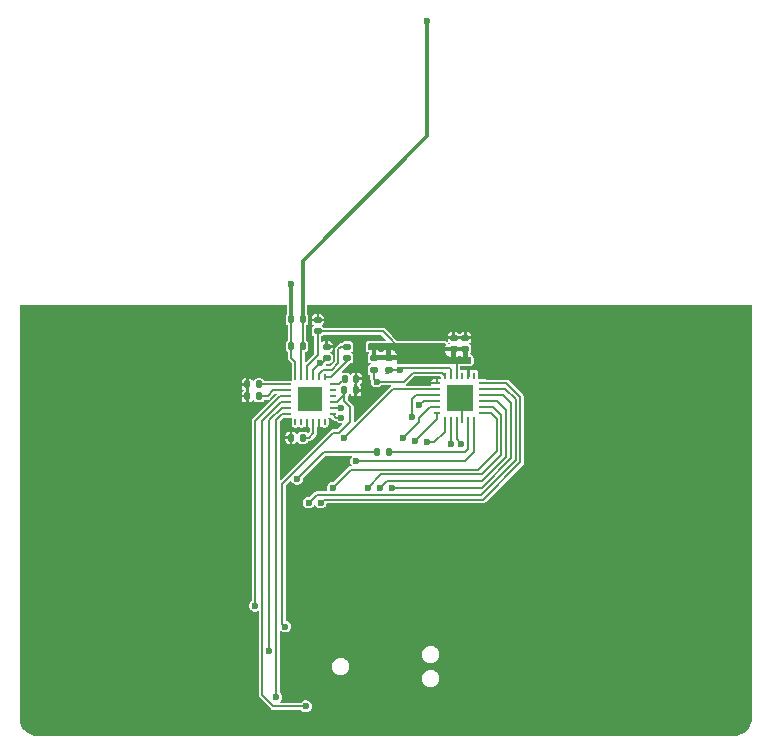
<source format=gbl>
G04 #@! TF.GenerationSoftware,KiCad,Pcbnew,8.0.5*
G04 #@! TF.CreationDate,2025-05-26T10:54:01-04:00*
G04 #@! TF.ProjectId,tcg_counter,7463675f-636f-4756-9e74-65722e6b6963,1*
G04 #@! TF.SameCoordinates,Original*
G04 #@! TF.FileFunction,Copper,L2,Bot*
G04 #@! TF.FilePolarity,Positive*
%FSLAX46Y46*%
G04 Gerber Fmt 4.6, Leading zero omitted, Abs format (unit mm)*
G04 Created by KiCad (PCBNEW 8.0.5) date 2025-05-26 10:54:01*
%MOMM*%
%LPD*%
G01*
G04 APERTURE LIST*
G04 Aperture macros list*
%AMRoundRect*
0 Rectangle with rounded corners*
0 $1 Rounding radius*
0 $2 $3 $4 $5 $6 $7 $8 $9 X,Y pos of 4 corners*
0 Add a 4 corners polygon primitive as box body*
4,1,4,$2,$3,$4,$5,$6,$7,$8,$9,$2,$3,0*
0 Add four circle primitives for the rounded corners*
1,1,$1+$1,$2,$3*
1,1,$1+$1,$4,$5*
1,1,$1+$1,$6,$7*
1,1,$1+$1,$8,$9*
0 Add four rect primitives between the rounded corners*
20,1,$1+$1,$2,$3,$4,$5,0*
20,1,$1+$1,$4,$5,$6,$7,0*
20,1,$1+$1,$6,$7,$8,$9,0*
20,1,$1+$1,$8,$9,$2,$3,0*%
G04 Aperture macros list end*
G04 #@! TA.AperFunction,ComponentPad*
%ADD10C,0.400000*%
G04 #@! TD*
G04 #@! TA.AperFunction,SMDPad,CuDef*
%ADD11O,0.240000X0.599999*%
G04 #@! TD*
G04 #@! TA.AperFunction,SMDPad,CuDef*
%ADD12O,0.599999X0.240000*%
G04 #@! TD*
G04 #@! TA.AperFunction,SMDPad,CuDef*
%ADD13R,2.100001X2.100001*%
G04 #@! TD*
G04 #@! TA.AperFunction,SMDPad,CuDef*
%ADD14RoundRect,0.140000X0.170000X-0.140000X0.170000X0.140000X-0.170000X0.140000X-0.170000X-0.140000X0*%
G04 #@! TD*
G04 #@! TA.AperFunction,SMDPad,CuDef*
%ADD15RoundRect,0.135000X-0.185000X0.135000X-0.185000X-0.135000X0.185000X-0.135000X0.185000X0.135000X0*%
G04 #@! TD*
G04 #@! TA.AperFunction,SMDPad,CuDef*
%ADD16RoundRect,0.140000X-0.140000X-0.170000X0.140000X-0.170000X0.140000X0.170000X-0.140000X0.170000X0*%
G04 #@! TD*
G04 #@! TA.AperFunction,SMDPad,CuDef*
%ADD17RoundRect,0.140000X-0.170000X0.140000X-0.170000X-0.140000X0.170000X-0.140000X0.170000X0.140000X0*%
G04 #@! TD*
G04 #@! TA.AperFunction,SMDPad,CuDef*
%ADD18RoundRect,0.140000X0.140000X0.170000X-0.140000X0.170000X-0.140000X-0.170000X0.140000X-0.170000X0*%
G04 #@! TD*
G04 #@! TA.AperFunction,SMDPad,CuDef*
%ADD19R,0.600000X0.250000*%
G04 #@! TD*
G04 #@! TA.AperFunction,SMDPad,CuDef*
%ADD20R,0.250000X0.600000*%
G04 #@! TD*
G04 #@! TA.AperFunction,SMDPad,CuDef*
%ADD21R,2.200000X2.200000*%
G04 #@! TD*
G04 #@! TA.AperFunction,SMDPad,CuDef*
%ADD22RoundRect,0.135000X0.135000X0.185000X-0.135000X0.185000X-0.135000X-0.185000X0.135000X-0.185000X0*%
G04 #@! TD*
G04 #@! TA.AperFunction,ViaPad*
%ADD23C,0.600000*%
G04 #@! TD*
G04 #@! TA.AperFunction,Conductor*
%ADD24C,0.200000*%
G04 #@! TD*
G04 #@! TA.AperFunction,Conductor*
%ADD25C,0.300000*%
G04 #@! TD*
G04 APERTURE END LIST*
D10*
X135100001Y-103200000D03*
X135900001Y-104000000D03*
X135100001Y-104000000D03*
X134300001Y-104000000D03*
X135100001Y-104800000D03*
D11*
X133850001Y-102100001D03*
X134350000Y-102100001D03*
X134850001Y-102100001D03*
X135350001Y-102100001D03*
X135850002Y-102100001D03*
X136350001Y-102100001D03*
D12*
X137000000Y-102750000D03*
X137000000Y-103249999D03*
X137000000Y-103750000D03*
X137000000Y-104250000D03*
X137000000Y-104750001D03*
X137000000Y-105250000D03*
D11*
X136350001Y-105899999D03*
X135850002Y-105899999D03*
X135350001Y-105899999D03*
X134850001Y-105899999D03*
X134350000Y-105899999D03*
X133850001Y-105899999D03*
D12*
X133200002Y-105250000D03*
X133200002Y-104750001D03*
X133200002Y-104250000D03*
X133200002Y-103750000D03*
X133200002Y-103249999D03*
X133200002Y-102750000D03*
D13*
X135100001Y-104000000D03*
D14*
X135750000Y-98230000D03*
X135750000Y-97270000D03*
D15*
X141750000Y-100490000D03*
X141750000Y-101510000D03*
D16*
X138020000Y-102250000D03*
X138980000Y-102250000D03*
X133500000Y-107250000D03*
X134460000Y-107250000D03*
D15*
X140500000Y-100490000D03*
X140500000Y-101510000D03*
D17*
X138250000Y-99540000D03*
X138250000Y-100500000D03*
D18*
X130750000Y-102750000D03*
X129790000Y-102750000D03*
D10*
X147750001Y-103042300D03*
X148600001Y-103892300D03*
X147750001Y-103892300D03*
X146900001Y-103892300D03*
X147750001Y-104742300D03*
D19*
X149650001Y-102642300D03*
X149650001Y-103142300D03*
X149650001Y-103642300D03*
X149650001Y-104142300D03*
X149650001Y-104642300D03*
X149650001Y-105142300D03*
D20*
X149000001Y-105792300D03*
X148500001Y-105792300D03*
X148000001Y-105792300D03*
X147500001Y-105792300D03*
X147000001Y-105792300D03*
X146500001Y-105792300D03*
D19*
X145850001Y-105142300D03*
X145850001Y-104642300D03*
X145850001Y-104142300D03*
X145850001Y-103642300D03*
X145850001Y-103142300D03*
X145850001Y-102642300D03*
D20*
X146500001Y-101992300D03*
X147000001Y-101992300D03*
X147500001Y-101992300D03*
X148000001Y-101992300D03*
X148500001Y-101992300D03*
X149000001Y-101992300D03*
D21*
X147750001Y-103892300D03*
D14*
X148250000Y-99750000D03*
X148250000Y-98790000D03*
D16*
X133520000Y-97250000D03*
X134480000Y-97250000D03*
D22*
X141760000Y-108500000D03*
X140740000Y-108500000D03*
D18*
X130750000Y-103750000D03*
X129790000Y-103750000D03*
D14*
X147250000Y-99750000D03*
X147250000Y-98790000D03*
D16*
X133520000Y-99500000D03*
X134480000Y-99500000D03*
D14*
X136500000Y-100500000D03*
X136500000Y-99540000D03*
D16*
X138000000Y-103250000D03*
X138960000Y-103250000D03*
D23*
X147250000Y-97500000D03*
X137000000Y-96750000D03*
X134000000Y-108500000D03*
X149500000Y-101000000D03*
X139500000Y-101250000D03*
X144750000Y-102500000D03*
X136000000Y-107000000D03*
X136500000Y-123000000D03*
X134500000Y-123000000D03*
X148250000Y-97500000D03*
X139250000Y-99250000D03*
X129500000Y-105000000D03*
X132250000Y-97250000D03*
X129500000Y-109250000D03*
X129500000Y-100750000D03*
X135976781Y-100934050D03*
X143250000Y-100250000D03*
X133000000Y-123250000D03*
X132250000Y-129250000D03*
X131650000Y-125334314D03*
X134750000Y-130000000D03*
X130450000Y-121500000D03*
X133500000Y-94250000D03*
X140742299Y-102500000D03*
X137750000Y-104750000D03*
X142750000Y-101510000D03*
X137750000Y-105550003D03*
X145000000Y-72000000D03*
X144000000Y-107500000D03*
X141000000Y-111500000D03*
X136000000Y-112750000D03*
X134000000Y-110750000D03*
X137000000Y-111500000D03*
X139000000Y-109250000D03*
X145000000Y-107650000D03*
X142000000Y-111500000D03*
X135000000Y-112750000D03*
X147900002Y-107750000D03*
X147000000Y-107750000D03*
X143000000Y-107250000D03*
X140000000Y-111500000D03*
X143750000Y-105500000D03*
X138000000Y-107250000D03*
X144350000Y-104500000D03*
D24*
X148000001Y-105784600D02*
X148000001Y-104500000D01*
X136065950Y-100934050D02*
X136500000Y-100500000D01*
X135976781Y-100934050D02*
X136065950Y-100934050D01*
X135350001Y-102100001D02*
X135350001Y-101560830D01*
X135350001Y-101560830D02*
X135976781Y-100934050D01*
X135750000Y-100250000D02*
X135750000Y-98460000D01*
X141230000Y-98230000D02*
X143250000Y-100250000D01*
X147500001Y-102000000D02*
X147500001Y-100750001D01*
X134850001Y-102100001D02*
X134850001Y-101149999D01*
X141230000Y-98230000D02*
X135750000Y-98230000D01*
X134850001Y-101149999D02*
X135750000Y-100250000D01*
X133200002Y-102750000D02*
X130750000Y-102750000D01*
X131500000Y-103750000D02*
X130750000Y-103750000D01*
X132000001Y-103249999D02*
X131500000Y-103750000D01*
X133200002Y-103249999D02*
X132000001Y-103249999D01*
X137000000Y-102750000D02*
X137520000Y-102750000D01*
X137520000Y-102750000D02*
X138020000Y-102250000D01*
X138000000Y-104151471D02*
X138000000Y-103250000D01*
X138000000Y-103651471D02*
X138000000Y-103250000D01*
X138500000Y-105901471D02*
X138500000Y-104651471D01*
X138500000Y-104651471D02*
X138000000Y-104151471D01*
X137998529Y-104150000D02*
X138000000Y-104151471D01*
X137075735Y-106825736D02*
X137575735Y-106825736D01*
X137000000Y-104250000D02*
X137401471Y-104250000D01*
X132750000Y-123000000D02*
X132750000Y-111151471D01*
X133000000Y-123250000D02*
X132750000Y-123000000D01*
X132750000Y-111151471D02*
X137075735Y-106825736D01*
X137401471Y-104250000D02*
X138000000Y-103651471D01*
X137575735Y-106825736D02*
X138500000Y-105901471D01*
X135850002Y-102100001D02*
X135850002Y-101826030D01*
X135850002Y-101826030D02*
X136176032Y-101500000D01*
X136176032Y-101500000D02*
X136934314Y-101500000D01*
X137500000Y-99750000D02*
X137710000Y-99540000D01*
X137500000Y-100934314D02*
X137500000Y-99750000D01*
X136934314Y-101500000D02*
X137500000Y-100934314D01*
X137710000Y-99540000D02*
X138250000Y-99540000D01*
X136899999Y-102100001D02*
X138250000Y-100750000D01*
X138250000Y-100750000D02*
X138250000Y-100500000D01*
X136350001Y-102100001D02*
X136899999Y-102100001D01*
X135000000Y-107250000D02*
X134460000Y-107250000D01*
X135350001Y-105899999D02*
X135350001Y-106899999D01*
X135350001Y-106899999D02*
X135000000Y-107250000D01*
X132750000Y-105250000D02*
X133200002Y-105250000D01*
X132250000Y-129250000D02*
X132250000Y-105750000D01*
X132250000Y-105750000D02*
X132750000Y-105250000D01*
X132684313Y-104750001D02*
X133200002Y-104750001D01*
X131650000Y-105784314D02*
X132684313Y-104750001D01*
X131650000Y-125334314D02*
X131650000Y-105784314D01*
X132618628Y-104250000D02*
X133200002Y-104250000D01*
X131050000Y-105818628D02*
X132618628Y-104250000D01*
X132000000Y-130000000D02*
X131050000Y-129050000D01*
X134750000Y-130000000D02*
X132000000Y-130000000D01*
X131050000Y-129050000D02*
X131050000Y-105818628D01*
X133200002Y-103750000D02*
X132552942Y-103750000D01*
X132552942Y-103750000D02*
X130450000Y-105852942D01*
X130450000Y-105852942D02*
X130450000Y-121500000D01*
X141760000Y-108500000D02*
X148250000Y-108500000D01*
X148250000Y-108500000D02*
X148500001Y-108249999D01*
X148500001Y-108249999D02*
X148500001Y-105792300D01*
X133500000Y-99520000D02*
X133520000Y-99500000D01*
D25*
X133520000Y-97250000D02*
X133520000Y-94270000D01*
D24*
X133520000Y-94270000D02*
X133500000Y-94250000D01*
X133500000Y-100500000D02*
X133500000Y-99520000D01*
X133850001Y-102100001D02*
X133850001Y-100850001D01*
X133850001Y-100850001D02*
X133500000Y-100500000D01*
X133520000Y-99500000D02*
X133520000Y-97250000D01*
X143065686Y-102500000D02*
X140742299Y-102500000D01*
X137000000Y-104750001D02*
X137749999Y-104750001D01*
X140500000Y-102257701D02*
X140500000Y-101510000D01*
X146500001Y-102000000D02*
X146244401Y-101744400D01*
X143821286Y-101744400D02*
X143065686Y-102500000D01*
X137749999Y-104750001D02*
X137750000Y-104750000D01*
X146244401Y-101744400D02*
X143821286Y-101744400D01*
X140742299Y-102500000D02*
X140500000Y-102257701D01*
X141730000Y-101770000D02*
X141500000Y-101770000D01*
X146877101Y-101344400D02*
X142915600Y-101344400D01*
X147000000Y-102000000D02*
X147000000Y-101467299D01*
X137000000Y-105250000D02*
X137300003Y-105550003D01*
X147000000Y-101467299D02*
X146877101Y-101344400D01*
X142915600Y-101344400D02*
X142750000Y-101510000D01*
X137300003Y-105550003D02*
X137750000Y-105550003D01*
X142750000Y-101510000D02*
X141750000Y-101510000D01*
D25*
X145000000Y-72000000D02*
X145000000Y-81750000D01*
X134480000Y-92270000D02*
X134480000Y-97250000D01*
D24*
X134480000Y-99500000D02*
X134350000Y-99630000D01*
X134350000Y-99630000D02*
X134350000Y-102100001D01*
X134480000Y-99500000D02*
X134480000Y-97250000D01*
D25*
X145000000Y-81750000D02*
X134480000Y-92270000D01*
D24*
X145857701Y-105642299D02*
X145857701Y-105142300D01*
X144000000Y-107500000D02*
X145857701Y-105642299D01*
X149642301Y-104142300D02*
X150892300Y-104142300D01*
X151700000Y-104950000D02*
X151700000Y-108852942D01*
X149650000Y-110900000D02*
X141600000Y-110900000D01*
X150892300Y-104142300D02*
X151700000Y-104950000D01*
X151700000Y-108852942D02*
X149651471Y-110901471D01*
X149651471Y-110901471D02*
X149650000Y-110900000D01*
X141600000Y-110900000D02*
X141000000Y-111500000D01*
X152900000Y-109350000D02*
X149750000Y-112500000D01*
X151707986Y-102642300D02*
X152900000Y-103834314D01*
X149750000Y-112500000D02*
X136250000Y-112500000D01*
X152900000Y-103834314D02*
X152900000Y-109350000D01*
X149642301Y-102642300D02*
X151707986Y-102642300D01*
X136250000Y-112500000D02*
X136000000Y-112750000D01*
X134000000Y-110750000D02*
X136250000Y-108500000D01*
X136250000Y-108500000D02*
X140740000Y-108500000D01*
X149281372Y-109968628D02*
X150900000Y-108350000D01*
X150900000Y-108350000D02*
X150900000Y-105650000D01*
X137000000Y-111500000D02*
X138531372Y-109968628D01*
X150900000Y-105650000D02*
X150392300Y-105142300D01*
X138531372Y-109968628D02*
X149281372Y-109968628D01*
X150392300Y-105142300D02*
X149642301Y-105142300D01*
X149000001Y-108499999D02*
X149000001Y-105784600D01*
X148250000Y-109250000D02*
X149000001Y-108499999D01*
X139000000Y-109250000D02*
X148250000Y-109250000D01*
X146500001Y-106749999D02*
X146500001Y-105784600D01*
X145600000Y-107650000D02*
X146500001Y-106749999D01*
X145000000Y-107650000D02*
X145600000Y-107650000D01*
X151392300Y-103642300D02*
X149642301Y-103642300D01*
X149618628Y-111500000D02*
X152100000Y-109018628D01*
X142000000Y-111500000D02*
X149618628Y-111500000D01*
X152100000Y-104350000D02*
X151392300Y-103642300D01*
X152100000Y-109018628D02*
X152100000Y-104350000D01*
X152500000Y-104000000D02*
X151642299Y-103142299D01*
X149584314Y-112100000D02*
X152500000Y-109184314D01*
X151642299Y-103142299D02*
X149642301Y-103142299D01*
X152500000Y-109184314D02*
X152500000Y-104000000D01*
X135000000Y-112750000D02*
X135650000Y-112100000D01*
X135650000Y-112100000D02*
X149584314Y-112100000D01*
X147500001Y-107349999D02*
X147500001Y-105784600D01*
X147900002Y-107750000D02*
X147500001Y-107349999D01*
X147000000Y-107750000D02*
X147000000Y-105784600D01*
X145275100Y-104642301D02*
X145857701Y-104642301D01*
X144350000Y-105900000D02*
X144350000Y-105567401D01*
X144350000Y-105567401D02*
X145275100Y-104642301D01*
X143000000Y-107250000D02*
X144350000Y-105900000D01*
X141131372Y-110368628D02*
X140000000Y-111500000D01*
X149618628Y-110368628D02*
X141131372Y-110368628D01*
X150584602Y-104642301D02*
X151300000Y-105357699D01*
X149642301Y-104642301D02*
X150584602Y-104642301D01*
X151300000Y-108687256D02*
X149618628Y-110368628D01*
X151300000Y-105357699D02*
X151300000Y-108687256D01*
X143750000Y-104000000D02*
X144107700Y-103642300D01*
X144107700Y-103642300D02*
X145857701Y-103642300D01*
X143750000Y-105500000D02*
X143750000Y-104000000D01*
X138000000Y-107250000D02*
X142107701Y-103142299D01*
X142107701Y-103142299D02*
X145857701Y-103142299D01*
X144707700Y-104142300D02*
X145857701Y-104142300D01*
X144350000Y-104500000D02*
X144707700Y-104142300D01*
G04 #@! TA.AperFunction,Conductor*
G36*
X133155148Y-96014352D02*
G01*
X133169500Y-96049000D01*
X133169500Y-96788663D01*
X133155148Y-96823311D01*
X133096777Y-96881681D01*
X133096776Y-96881683D01*
X133046029Y-96990510D01*
X133046028Y-96990511D01*
X133046028Y-96990512D01*
X133046028Y-96990513D01*
X133039501Y-97040098D01*
X133039500Y-97040102D01*
X133039500Y-97459896D01*
X133039501Y-97459901D01*
X133046027Y-97509487D01*
X133096776Y-97618316D01*
X133096777Y-97618318D01*
X133181682Y-97703223D01*
X133191206Y-97707664D01*
X133216544Y-97735313D01*
X133219500Y-97752074D01*
X133219500Y-98997925D01*
X133205148Y-99032573D01*
X133191211Y-99042333D01*
X133181682Y-99046776D01*
X133096777Y-99131681D01*
X133096776Y-99131683D01*
X133046029Y-99240510D01*
X133046028Y-99240511D01*
X133039500Y-99290099D01*
X133039500Y-99709896D01*
X133039501Y-99709901D01*
X133046027Y-99759487D01*
X133096776Y-99868316D01*
X133096777Y-99868318D01*
X133184715Y-99956256D01*
X133182999Y-99957971D01*
X133198753Y-99982684D01*
X133199500Y-99991207D01*
X133199500Y-100539562D01*
X133219979Y-100615989D01*
X133247878Y-100664312D01*
X133248558Y-100665490D01*
X133259536Y-100684505D01*
X133259538Y-100684507D01*
X133259540Y-100684511D01*
X133259543Y-100684514D01*
X133535149Y-100960120D01*
X133549501Y-100994768D01*
X133549501Y-101796713D01*
X133547831Y-101809395D01*
X133529501Y-101877803D01*
X133529501Y-102322198D01*
X133546810Y-102386797D01*
X133541915Y-102423979D01*
X133512162Y-102446809D01*
X133486798Y-102446809D01*
X133422199Y-102429500D01*
X133422196Y-102429500D01*
X132977808Y-102429500D01*
X132977805Y-102429500D01*
X132909397Y-102447830D01*
X132896715Y-102449500D01*
X131236063Y-102449500D01*
X131201415Y-102435148D01*
X131191654Y-102421208D01*
X131184102Y-102405012D01*
X131173224Y-102381684D01*
X131173223Y-102381683D01*
X131173222Y-102381681D01*
X131088318Y-102296777D01*
X131088316Y-102296776D01*
X130979489Y-102246029D01*
X130979488Y-102246028D01*
X130969569Y-102244722D01*
X130929901Y-102239500D01*
X130929897Y-102239500D01*
X130570103Y-102239500D01*
X130570098Y-102239501D01*
X130520512Y-102246027D01*
X130411683Y-102296776D01*
X130411681Y-102296777D01*
X130326777Y-102381681D01*
X130315898Y-102405012D01*
X130288247Y-102430348D01*
X130250780Y-102428712D01*
X130227080Y-102405011D01*
X130215468Y-102380110D01*
X130215467Y-102380108D01*
X130129891Y-102294532D01*
X130129889Y-102294531D01*
X130020198Y-102243381D01*
X129970208Y-102236800D01*
X129891650Y-102236800D01*
X129891650Y-104263199D01*
X129970206Y-104263199D01*
X129970211Y-104263198D01*
X130020197Y-104256619D01*
X130129889Y-104205468D01*
X130129891Y-104205467D01*
X130215467Y-104119891D01*
X130215469Y-104119888D01*
X130227080Y-104094989D01*
X130254729Y-104069651D01*
X130292196Y-104071287D01*
X130315898Y-104094988D01*
X130326776Y-104118316D01*
X130326777Y-104118318D01*
X130411681Y-104203222D01*
X130411683Y-104203223D01*
X130411684Y-104203224D01*
X130520513Y-104253972D01*
X130570099Y-104260500D01*
X130929900Y-104260499D01*
X130979487Y-104253972D01*
X131088316Y-104203224D01*
X131173224Y-104118316D01*
X131191654Y-104078791D01*
X131219304Y-104053455D01*
X131236063Y-104050500D01*
X131539564Y-104050500D01*
X131566230Y-104043354D01*
X131615989Y-104030021D01*
X131684511Y-103990460D01*
X131740460Y-103934511D01*
X132110120Y-103564851D01*
X132144768Y-103550499D01*
X132209176Y-103550499D01*
X132243824Y-103564851D01*
X132258176Y-103599499D01*
X132243824Y-103634147D01*
X130209541Y-105668430D01*
X130209540Y-105668430D01*
X130169979Y-105736950D01*
X130169979Y-105736952D01*
X130149500Y-105813378D01*
X130149500Y-121071417D01*
X130135148Y-121106065D01*
X130126994Y-121112637D01*
X130118872Y-121117857D01*
X130118868Y-121117860D01*
X130024625Y-121226623D01*
X130024624Y-121226625D01*
X129964833Y-121357545D01*
X129944353Y-121499997D01*
X129944353Y-121500002D01*
X129964833Y-121642454D01*
X129996935Y-121712746D01*
X130024623Y-121773373D01*
X130024624Y-121773374D01*
X130024625Y-121773376D01*
X130118871Y-121882142D01*
X130118872Y-121882143D01*
X130239947Y-121959953D01*
X130316785Y-121982514D01*
X130378034Y-122000499D01*
X130378037Y-122000499D01*
X130378039Y-122000500D01*
X130378040Y-122000500D01*
X130521960Y-122000500D01*
X130521961Y-122000500D01*
X130521963Y-122000499D01*
X130521965Y-122000499D01*
X130553596Y-121991211D01*
X130660053Y-121959953D01*
X130674009Y-121950983D01*
X130710915Y-121944325D01*
X130741721Y-121965713D01*
X130749500Y-121992205D01*
X130749500Y-129089563D01*
X130769979Y-129165989D01*
X130769979Y-129165991D01*
X130809540Y-129234511D01*
X131759540Y-130184511D01*
X131815489Y-130240460D01*
X131884011Y-130280021D01*
X131919478Y-130289524D01*
X131960436Y-130300500D01*
X131960438Y-130300500D01*
X134325750Y-130300500D01*
X134360398Y-130314852D01*
X134362782Y-130317412D01*
X134418872Y-130382143D01*
X134539947Y-130459953D01*
X134616785Y-130482514D01*
X134678034Y-130500499D01*
X134678037Y-130500499D01*
X134678039Y-130500500D01*
X134678040Y-130500500D01*
X134821960Y-130500500D01*
X134821961Y-130500500D01*
X134821963Y-130500499D01*
X134821965Y-130500499D01*
X134844795Y-130493795D01*
X134960053Y-130459953D01*
X135081128Y-130382143D01*
X135175377Y-130273373D01*
X135235165Y-130142457D01*
X135235165Y-130142455D01*
X135235166Y-130142454D01*
X135255647Y-130000002D01*
X135255647Y-129999997D01*
X135235166Y-129857545D01*
X135230751Y-129847879D01*
X135175377Y-129726627D01*
X135151763Y-129699375D01*
X135081128Y-129617857D01*
X134960053Y-129540047D01*
X134960050Y-129540046D01*
X134821965Y-129499500D01*
X134821961Y-129499500D01*
X134678039Y-129499500D01*
X134678034Y-129499500D01*
X134539949Y-129540046D01*
X134418871Y-129617857D01*
X134362782Y-129682588D01*
X134329246Y-129699375D01*
X134325750Y-129699500D01*
X132630058Y-129699500D01*
X132595410Y-129685148D01*
X132581058Y-129650500D01*
X132593026Y-129618412D01*
X132675374Y-129523376D01*
X132675377Y-129523373D01*
X132735165Y-129392457D01*
X132735165Y-129392455D01*
X132735166Y-129392454D01*
X132755647Y-129250002D01*
X132755647Y-129249997D01*
X132735166Y-129107545D01*
X132726953Y-129089562D01*
X132675377Y-128976627D01*
X132613514Y-128905233D01*
X132581131Y-128867860D01*
X132581129Y-128867859D01*
X132581128Y-128867857D01*
X132573006Y-128862637D01*
X132551619Y-128831830D01*
X132550500Y-128821417D01*
X132550500Y-127577545D01*
X144564200Y-127577545D01*
X144564200Y-127724455D01*
X144592860Y-127868542D01*
X144649080Y-128004269D01*
X144681991Y-128053525D01*
X144730696Y-128126417D01*
X144834582Y-128230303D01*
X144883176Y-128262772D01*
X144956731Y-128311920D01*
X145092458Y-128368140D01*
X145236545Y-128396800D01*
X145236548Y-128396800D01*
X145383452Y-128396800D01*
X145383455Y-128396800D01*
X145527542Y-128368140D01*
X145663269Y-128311920D01*
X145785420Y-128230301D01*
X145889301Y-128126420D01*
X145970920Y-128004269D01*
X146027140Y-127868542D01*
X146055800Y-127724455D01*
X146055800Y-127577545D01*
X146027140Y-127433458D01*
X145970920Y-127297731D01*
X145915174Y-127214301D01*
X145889303Y-127175582D01*
X145785417Y-127071696D01*
X145712525Y-127022991D01*
X145663269Y-126990080D01*
X145663266Y-126990078D01*
X145663265Y-126990078D01*
X145527542Y-126933860D01*
X145383455Y-126905200D01*
X145236545Y-126905200D01*
X145128479Y-126926695D01*
X145092457Y-126933860D01*
X145092456Y-126933860D01*
X144956734Y-126990078D01*
X144834582Y-127071696D01*
X144730696Y-127175582D01*
X144649078Y-127297734D01*
X144592860Y-127433456D01*
X144592860Y-127433457D01*
X144592860Y-127433458D01*
X144564200Y-127577545D01*
X132550500Y-127577545D01*
X132550500Y-126561545D01*
X136944200Y-126561545D01*
X136944200Y-126708455D01*
X136972860Y-126852542D01*
X136972860Y-126852543D01*
X137006543Y-126933860D01*
X137029080Y-126988269D01*
X137061991Y-127037525D01*
X137110696Y-127110417D01*
X137214582Y-127214303D01*
X137263176Y-127246772D01*
X137336731Y-127295920D01*
X137472458Y-127352140D01*
X137616545Y-127380800D01*
X137616548Y-127380800D01*
X137763452Y-127380800D01*
X137763455Y-127380800D01*
X137907542Y-127352140D01*
X138043269Y-127295920D01*
X138165420Y-127214301D01*
X138269301Y-127110420D01*
X138350920Y-126988269D01*
X138407140Y-126852542D01*
X138435800Y-126708455D01*
X138435800Y-126561545D01*
X138407140Y-126417458D01*
X138350920Y-126281731D01*
X138295174Y-126198301D01*
X138269303Y-126159582D01*
X138165417Y-126055696D01*
X138092525Y-126006991D01*
X138043269Y-125974080D01*
X138043266Y-125974078D01*
X138043265Y-125974078D01*
X137907542Y-125917860D01*
X137763455Y-125889200D01*
X137616545Y-125889200D01*
X137508479Y-125910695D01*
X137472457Y-125917860D01*
X137472456Y-125917860D01*
X137336734Y-125974078D01*
X137214582Y-126055696D01*
X137110696Y-126159582D01*
X137029078Y-126281734D01*
X136972860Y-126417456D01*
X136972860Y-126417457D01*
X136972860Y-126417458D01*
X136944200Y-126561545D01*
X132550500Y-126561545D01*
X132550500Y-125545545D01*
X144564200Y-125545545D01*
X144564200Y-125692455D01*
X144581120Y-125777519D01*
X144592860Y-125836542D01*
X144592860Y-125836543D01*
X144626543Y-125917860D01*
X144649080Y-125972269D01*
X144681991Y-126021525D01*
X144730696Y-126094417D01*
X144834582Y-126198303D01*
X144883176Y-126230772D01*
X144956731Y-126279920D01*
X145092458Y-126336140D01*
X145236545Y-126364800D01*
X145236548Y-126364800D01*
X145383452Y-126364800D01*
X145383455Y-126364800D01*
X145527542Y-126336140D01*
X145663269Y-126279920D01*
X145785420Y-126198301D01*
X145889301Y-126094420D01*
X145970920Y-125972269D01*
X146027140Y-125836542D01*
X146055800Y-125692455D01*
X146055800Y-125545545D01*
X146027140Y-125401458D01*
X145970920Y-125265731D01*
X145921772Y-125192176D01*
X145889303Y-125143582D01*
X145785417Y-125039696D01*
X145712525Y-124990991D01*
X145663269Y-124958080D01*
X145663266Y-124958078D01*
X145663265Y-124958078D01*
X145527542Y-124901860D01*
X145383455Y-124873200D01*
X145236545Y-124873200D01*
X145128479Y-124894695D01*
X145092457Y-124901860D01*
X145092456Y-124901860D01*
X144956734Y-124958078D01*
X144834582Y-125039696D01*
X144730696Y-125143582D01*
X144649078Y-125265734D01*
X144592860Y-125401456D01*
X144592860Y-125401457D01*
X144592860Y-125401458D01*
X144564200Y-125545545D01*
X132550500Y-125545545D01*
X132550500Y-123626908D01*
X132564852Y-123592260D01*
X132599500Y-123577908D01*
X132634148Y-123592260D01*
X132636527Y-123594815D01*
X132668872Y-123632143D01*
X132789947Y-123709953D01*
X132866785Y-123732514D01*
X132928034Y-123750499D01*
X132928037Y-123750499D01*
X132928039Y-123750500D01*
X132928040Y-123750500D01*
X133071960Y-123750500D01*
X133071961Y-123750500D01*
X133071963Y-123750499D01*
X133071965Y-123750499D01*
X133094795Y-123743795D01*
X133210053Y-123709953D01*
X133331128Y-123632143D01*
X133425377Y-123523373D01*
X133485165Y-123392457D01*
X133485165Y-123392455D01*
X133485166Y-123392454D01*
X133505647Y-123250002D01*
X133505647Y-123249997D01*
X133485166Y-123107545D01*
X133480751Y-123097879D01*
X133425377Y-122976627D01*
X133331128Y-122867857D01*
X133210053Y-122790047D01*
X133210050Y-122790046D01*
X133085695Y-122753532D01*
X133056494Y-122730000D01*
X133050500Y-122706517D01*
X133050500Y-111296237D01*
X133064851Y-111261590D01*
X133439585Y-110886855D01*
X133474232Y-110872504D01*
X133508880Y-110886856D01*
X133518804Y-110901148D01*
X133574623Y-111023373D01*
X133574624Y-111023374D01*
X133574625Y-111023376D01*
X133656493Y-111117857D01*
X133668872Y-111132143D01*
X133789947Y-111209953D01*
X133866785Y-111232514D01*
X133928034Y-111250499D01*
X133928037Y-111250499D01*
X133928039Y-111250500D01*
X133928040Y-111250500D01*
X134071960Y-111250500D01*
X134071961Y-111250500D01*
X134071963Y-111250499D01*
X134071965Y-111250499D01*
X134094795Y-111243795D01*
X134210053Y-111209953D01*
X134331128Y-111132143D01*
X134425377Y-111023373D01*
X134485165Y-110892457D01*
X134485165Y-110892455D01*
X134485166Y-110892454D01*
X134505647Y-110750001D01*
X134505647Y-110750000D01*
X134501064Y-110718128D01*
X134498995Y-110703741D01*
X134508269Y-110667406D01*
X134512841Y-110662128D01*
X136360119Y-108814852D01*
X136394767Y-108800500D01*
X138619942Y-108800500D01*
X138654590Y-108814852D01*
X138668942Y-108849500D01*
X138656974Y-108881588D01*
X138574625Y-108976623D01*
X138574624Y-108976625D01*
X138514833Y-109107545D01*
X138494353Y-109249997D01*
X138494353Y-109250002D01*
X138514833Y-109392454D01*
X138546935Y-109462746D01*
X138574623Y-109523373D01*
X138574624Y-109523374D01*
X138574625Y-109523376D01*
X138629790Y-109587040D01*
X138641633Y-109622624D01*
X138624846Y-109656160D01*
X138592758Y-109668128D01*
X138491808Y-109668128D01*
X138415382Y-109688607D01*
X138415380Y-109688607D01*
X138346860Y-109728168D01*
X137089880Y-110985148D01*
X137055232Y-110999500D01*
X136928034Y-110999500D01*
X136789949Y-111040046D01*
X136668871Y-111117857D01*
X136574625Y-111226623D01*
X136574624Y-111226625D01*
X136514833Y-111357545D01*
X136494353Y-111499997D01*
X136494353Y-111500002D01*
X136514833Y-111642454D01*
X136554881Y-111730144D01*
X136556220Y-111767623D01*
X136530665Y-111795072D01*
X136510309Y-111799500D01*
X135610436Y-111799500D01*
X135534012Y-111819978D01*
X135534008Y-111819979D01*
X135520031Y-111828050D01*
X135465495Y-111859535D01*
X135465486Y-111859542D01*
X135089880Y-112235148D01*
X135055232Y-112249500D01*
X134928034Y-112249500D01*
X134789949Y-112290046D01*
X134668871Y-112367857D01*
X134574625Y-112476623D01*
X134574624Y-112476625D01*
X134514833Y-112607545D01*
X134494353Y-112749997D01*
X134494353Y-112750002D01*
X134514833Y-112892454D01*
X134533512Y-112933354D01*
X134574623Y-113023373D01*
X134574624Y-113023374D01*
X134574625Y-113023376D01*
X134668871Y-113132142D01*
X134668872Y-113132143D01*
X134789947Y-113209953D01*
X134866785Y-113232514D01*
X134928034Y-113250499D01*
X134928037Y-113250499D01*
X134928039Y-113250500D01*
X134928040Y-113250500D01*
X135071960Y-113250500D01*
X135071961Y-113250500D01*
X135071963Y-113250499D01*
X135071965Y-113250499D01*
X135094795Y-113243795D01*
X135210053Y-113209953D01*
X135331128Y-113132143D01*
X135425377Y-113023373D01*
X135455428Y-112957569D01*
X135482876Y-112932015D01*
X135520356Y-112933354D01*
X135544570Y-112957568D01*
X135574623Y-113023373D01*
X135574624Y-113023374D01*
X135574625Y-113023376D01*
X135668871Y-113132142D01*
X135668872Y-113132143D01*
X135789947Y-113209953D01*
X135866785Y-113232514D01*
X135928034Y-113250499D01*
X135928037Y-113250499D01*
X135928039Y-113250500D01*
X135928040Y-113250500D01*
X136071960Y-113250500D01*
X136071961Y-113250500D01*
X136071963Y-113250499D01*
X136071965Y-113250499D01*
X136094795Y-113243795D01*
X136210053Y-113209953D01*
X136331128Y-113132143D01*
X136425377Y-113023373D01*
X136485165Y-112892457D01*
X136485165Y-112892455D01*
X136485166Y-112892454D01*
X136492344Y-112842527D01*
X136511480Y-112810274D01*
X136540845Y-112800500D01*
X149789564Y-112800500D01*
X149816230Y-112793354D01*
X149865989Y-112780021D01*
X149934511Y-112740460D01*
X149990460Y-112684511D01*
X153140460Y-109534511D01*
X153180022Y-109465988D01*
X153200499Y-109389565D01*
X153200500Y-109389565D01*
X153200500Y-103794750D01*
X153189064Y-103752074D01*
X153180021Y-103718325D01*
X153180020Y-103718323D01*
X153180020Y-103718322D01*
X153140459Y-103649802D01*
X153084511Y-103593854D01*
X151892501Y-102401843D01*
X151892492Y-102401836D01*
X151890179Y-102400501D01*
X151823976Y-102362279D01*
X151747550Y-102341800D01*
X151747548Y-102341800D01*
X150063101Y-102341800D01*
X150035879Y-102333542D01*
X150028233Y-102328433D01*
X150013611Y-102325524D01*
X149969749Y-102316800D01*
X149374501Y-102316800D01*
X149339853Y-102302448D01*
X149325501Y-102267800D01*
X149325501Y-101672555D01*
X149325501Y-101672552D01*
X149313868Y-101614069D01*
X149287302Y-101574312D01*
X149269553Y-101547747D01*
X149220347Y-101514869D01*
X149203232Y-101503433D01*
X149144749Y-101491800D01*
X148855253Y-101491800D01*
X148820163Y-101498779D01*
X148796768Y-101503433D01*
X148779651Y-101514870D01*
X148742868Y-101522185D01*
X148725207Y-101514869D01*
X148704284Y-101500889D01*
X148645018Y-101489100D01*
X148601651Y-101489100D01*
X148601651Y-102044950D01*
X148587299Y-102079598D01*
X148552651Y-102093950D01*
X148447351Y-102093950D01*
X148412703Y-102079598D01*
X148398351Y-102044950D01*
X148398351Y-101489100D01*
X148354983Y-101489100D01*
X148295716Y-101500889D01*
X148274791Y-101514870D01*
X148238008Y-101522185D01*
X148220347Y-101514869D01*
X148203232Y-101503433D01*
X148144749Y-101491800D01*
X147855253Y-101491800D01*
X147854297Y-101491894D01*
X147853987Y-101491800D01*
X147852846Y-101491800D01*
X147852846Y-101491453D01*
X147818411Y-101481002D01*
X147800736Y-101447925D01*
X147800501Y-101443129D01*
X147800501Y-101254500D01*
X147814853Y-101219852D01*
X147849501Y-101205500D01*
X148625997Y-101205500D01*
X148626000Y-101205500D01*
X148669684Y-101200803D01*
X148721195Y-101189597D01*
X148731373Y-101187110D01*
X148812085Y-101144100D01*
X148864889Y-101098345D01*
X148882843Y-101080754D01*
X148927490Y-101000937D01*
X148947175Y-100933898D01*
X148955500Y-100876000D01*
X148955500Y-100522529D01*
X148954736Y-100509421D01*
X148954110Y-100498667D01*
X148953828Y-100496261D01*
X148950763Y-100470048D01*
X148925151Y-100392090D01*
X148923891Y-100389881D01*
X148890533Y-100331407D01*
X148883130Y-100320098D01*
X148876762Y-100310370D01*
X148807141Y-100251063D01*
X148807138Y-100251061D01*
X148807136Y-100251060D01*
X148745225Y-100218737D01*
X148745204Y-100218726D01*
X148722251Y-100208477D01*
X148722248Y-100208476D01*
X148697935Y-100205189D01*
X148665522Y-100186325D01*
X148655500Y-100156631D01*
X148655500Y-100156336D01*
X148669852Y-100121688D01*
X148703224Y-100088316D01*
X148753972Y-99979487D01*
X148760500Y-99929901D01*
X148760499Y-99570100D01*
X148753972Y-99520513D01*
X148748855Y-99509540D01*
X148730307Y-99469764D01*
X148703224Y-99411684D01*
X148703223Y-99411683D01*
X148703222Y-99411681D01*
X148618318Y-99326777D01*
X148618316Y-99326776D01*
X148594987Y-99315897D01*
X148569651Y-99288248D01*
X148571287Y-99250781D01*
X148594989Y-99227080D01*
X148619888Y-99215469D01*
X148619891Y-99215467D01*
X148705467Y-99129891D01*
X148705468Y-99129889D01*
X148756618Y-99020198D01*
X148763200Y-98970208D01*
X148763200Y-98891650D01*
X146736801Y-98891650D01*
X146736801Y-98970211D01*
X146743380Y-99020197D01*
X146783135Y-99105451D01*
X146784709Y-99141500D01*
X146796823Y-99140323D01*
X146817188Y-99152547D01*
X146880108Y-99215467D01*
X146880110Y-99215468D01*
X146905011Y-99227080D01*
X146930348Y-99254730D01*
X146928712Y-99292197D01*
X146905012Y-99315897D01*
X146901582Y-99317497D01*
X146881681Y-99326777D01*
X146878311Y-99330148D01*
X146843663Y-99344500D01*
X146825332Y-99344500D01*
X146790684Y-99330148D01*
X146776831Y-99302473D01*
X146775508Y-99293272D01*
X146775502Y-99293239D01*
X146775287Y-99292197D01*
X146770411Y-99268627D01*
X146770410Y-99268625D01*
X146770410Y-99268624D01*
X146739297Y-99210239D01*
X146735668Y-99172912D01*
X146736782Y-99171557D01*
X146721967Y-99172204D01*
X146701694Y-99158247D01*
X146681650Y-99135115D01*
X146664057Y-99117158D01*
X146664053Y-99117156D01*
X146663375Y-99116777D01*
X146643932Y-99105901D01*
X146584241Y-99072511D01*
X146584233Y-99072508D01*
X146517198Y-99052824D01*
X146459303Y-99044500D01*
X146459301Y-99044500D01*
X142489767Y-99044500D01*
X142455119Y-99030148D01*
X142034762Y-98609791D01*
X146736800Y-98609791D01*
X146736800Y-98688350D01*
X147148350Y-98688350D01*
X147351650Y-98688350D01*
X148148350Y-98688350D01*
X148351650Y-98688350D01*
X148763199Y-98688350D01*
X148763199Y-98609793D01*
X148763198Y-98609788D01*
X148756619Y-98559802D01*
X148705468Y-98450110D01*
X148705467Y-98450108D01*
X148619891Y-98364532D01*
X148619889Y-98364531D01*
X148510198Y-98313381D01*
X148460208Y-98306800D01*
X148351650Y-98306800D01*
X148351650Y-98688350D01*
X148148350Y-98688350D01*
X148148350Y-98306800D01*
X148039793Y-98306800D01*
X148039788Y-98306801D01*
X147989802Y-98313380D01*
X147880110Y-98364531D01*
X147880108Y-98364532D01*
X147794532Y-98450108D01*
X147794530Y-98450111D01*
X147794408Y-98450374D01*
X147794236Y-98450530D01*
X147792075Y-98453619D01*
X147791389Y-98453139D01*
X147766758Y-98475709D01*
X147729290Y-98474072D01*
X147708461Y-98453243D01*
X147707925Y-98453619D01*
X147705796Y-98450578D01*
X147705592Y-98450374D01*
X147705469Y-98450111D01*
X147705467Y-98450108D01*
X147619891Y-98364532D01*
X147619889Y-98364531D01*
X147510198Y-98313381D01*
X147460208Y-98306800D01*
X147351650Y-98306800D01*
X147351650Y-98688350D01*
X147148350Y-98688350D01*
X147148350Y-98306800D01*
X147039793Y-98306800D01*
X147039788Y-98306801D01*
X146989802Y-98313380D01*
X146880110Y-98364531D01*
X146880108Y-98364532D01*
X146794532Y-98450108D01*
X146794531Y-98450110D01*
X146743381Y-98559801D01*
X146736800Y-98609791D01*
X142034762Y-98609791D01*
X141414511Y-97989540D01*
X141345990Y-97949979D01*
X141269564Y-97929500D01*
X141269562Y-97929500D01*
X136252074Y-97929500D01*
X136217426Y-97915148D01*
X136207665Y-97901208D01*
X136203224Y-97891684D01*
X136203223Y-97891683D01*
X136203222Y-97891681D01*
X136118318Y-97806777D01*
X136118316Y-97806776D01*
X136094988Y-97795898D01*
X136069651Y-97768248D01*
X136071287Y-97730781D01*
X136094989Y-97707080D01*
X136119888Y-97695469D01*
X136119891Y-97695467D01*
X136205467Y-97609891D01*
X136205468Y-97609889D01*
X136256618Y-97500198D01*
X136263200Y-97450208D01*
X136263200Y-97371650D01*
X135236801Y-97371650D01*
X135236801Y-97450211D01*
X135243380Y-97500197D01*
X135294531Y-97609889D01*
X135294532Y-97609891D01*
X135380108Y-97695467D01*
X135380110Y-97695468D01*
X135405011Y-97707080D01*
X135430348Y-97734730D01*
X135428712Y-97772197D01*
X135405012Y-97795898D01*
X135381681Y-97806777D01*
X135296777Y-97891681D01*
X135296776Y-97891683D01*
X135246029Y-98000510D01*
X135246028Y-98000511D01*
X135239500Y-98050102D01*
X135239500Y-98409896D01*
X135239501Y-98409901D01*
X135246027Y-98459487D01*
X135296776Y-98568316D01*
X135296777Y-98568318D01*
X135381681Y-98653222D01*
X135381683Y-98653223D01*
X135381684Y-98653224D01*
X135421208Y-98671654D01*
X135446545Y-98699304D01*
X135449500Y-98716063D01*
X135449500Y-100105233D01*
X135435148Y-100139881D01*
X134734148Y-100840881D01*
X134699500Y-100855233D01*
X134664852Y-100840881D01*
X134650500Y-100806233D01*
X134650500Y-100054709D01*
X134664852Y-100020061D01*
X134693107Y-100006128D01*
X134709487Y-100003972D01*
X134719523Y-99999292D01*
X134818316Y-99953224D01*
X134903224Y-99868316D01*
X134953972Y-99759487D01*
X134960500Y-99709901D01*
X134960499Y-99290100D01*
X134953972Y-99240513D01*
X134953971Y-99240511D01*
X134927405Y-99183541D01*
X134903224Y-99131684D01*
X134903223Y-99131683D01*
X134903222Y-99131681D01*
X134818317Y-99046776D01*
X134808789Y-99042333D01*
X134783454Y-99014682D01*
X134780500Y-98997925D01*
X134780500Y-97752074D01*
X134794852Y-97717426D01*
X134808794Y-97707664D01*
X134810046Y-97707080D01*
X134818316Y-97703224D01*
X134903224Y-97618316D01*
X134953972Y-97509487D01*
X134960500Y-97459901D01*
X134960499Y-97089791D01*
X135236800Y-97089791D01*
X135236800Y-97168350D01*
X135648350Y-97168350D01*
X135851650Y-97168350D01*
X136263199Y-97168350D01*
X136263199Y-97089793D01*
X136263198Y-97089788D01*
X136256619Y-97039802D01*
X136205468Y-96930110D01*
X136205467Y-96930108D01*
X136119891Y-96844532D01*
X136119889Y-96844531D01*
X136010198Y-96793381D01*
X135960208Y-96786800D01*
X135851650Y-96786800D01*
X135851650Y-97168350D01*
X135648350Y-97168350D01*
X135648350Y-96786800D01*
X135539793Y-96786800D01*
X135539788Y-96786801D01*
X135489802Y-96793380D01*
X135380110Y-96844531D01*
X135380108Y-96844532D01*
X135294532Y-96930108D01*
X135294531Y-96930110D01*
X135243381Y-97039801D01*
X135236800Y-97089791D01*
X134960499Y-97089791D01*
X134960499Y-97040100D01*
X134953972Y-96990513D01*
X134953971Y-96990511D01*
X134927405Y-96933541D01*
X134903224Y-96881684D01*
X134903223Y-96881683D01*
X134903222Y-96881681D01*
X134844852Y-96823311D01*
X134830500Y-96788663D01*
X134830500Y-96049000D01*
X134844852Y-96014352D01*
X134879500Y-96000000D01*
X172450500Y-96000000D01*
X172485148Y-96014352D01*
X172499500Y-96049000D01*
X172499500Y-130998251D01*
X172499375Y-131001747D01*
X172484486Y-131209905D01*
X172483491Y-131216825D01*
X172439505Y-131419029D01*
X172437536Y-131425737D01*
X172365215Y-131619637D01*
X172362310Y-131625996D01*
X172263140Y-131807614D01*
X172259360Y-131813496D01*
X172135345Y-131979159D01*
X172130767Y-131984442D01*
X171984442Y-132130767D01*
X171979159Y-132135345D01*
X171813496Y-132259360D01*
X171807614Y-132263140D01*
X171625996Y-132362310D01*
X171619637Y-132365215D01*
X171425737Y-132437536D01*
X171419029Y-132439505D01*
X171216825Y-132483491D01*
X171209905Y-132484486D01*
X171001748Y-132499375D01*
X170998252Y-132499500D01*
X112001748Y-132499500D01*
X111998252Y-132499375D01*
X111790094Y-132484486D01*
X111783174Y-132483491D01*
X111580970Y-132439505D01*
X111574262Y-132437536D01*
X111380362Y-132365215D01*
X111374003Y-132362310D01*
X111252504Y-132295967D01*
X111192381Y-132263137D01*
X111186508Y-132259363D01*
X111020840Y-132135345D01*
X111015557Y-132130767D01*
X110869232Y-131984442D01*
X110864654Y-131979159D01*
X110740634Y-131813488D01*
X110736864Y-131807622D01*
X110637687Y-131625992D01*
X110634784Y-131619637D01*
X110562463Y-131425737D01*
X110560494Y-131419029D01*
X110516508Y-131216825D01*
X110515513Y-131209905D01*
X110500625Y-131001747D01*
X110500500Y-130998251D01*
X110500500Y-103960211D01*
X129306801Y-103960211D01*
X129313380Y-104010197D01*
X129364531Y-104119889D01*
X129364532Y-104119891D01*
X129450108Y-104205467D01*
X129450110Y-104205468D01*
X129559801Y-104256618D01*
X129609792Y-104263199D01*
X129688349Y-104263199D01*
X129688350Y-104263198D01*
X129688350Y-103851650D01*
X129306801Y-103851650D01*
X129306801Y-103960211D01*
X110500500Y-103960211D01*
X110500500Y-103539791D01*
X129306800Y-103539791D01*
X129306800Y-103648350D01*
X129688350Y-103648350D01*
X129688350Y-102851650D01*
X129306801Y-102851650D01*
X129306801Y-102960211D01*
X129313380Y-103010197D01*
X129364531Y-103119889D01*
X129364532Y-103119891D01*
X129450108Y-103205467D01*
X129450111Y-103205469D01*
X129450374Y-103205592D01*
X129450530Y-103205763D01*
X129453619Y-103207925D01*
X129453139Y-103208610D01*
X129475709Y-103233242D01*
X129474072Y-103270710D01*
X129453243Y-103291538D01*
X129453619Y-103292075D01*
X129450578Y-103294203D01*
X129450374Y-103294408D01*
X129450111Y-103294530D01*
X129450108Y-103294532D01*
X129364532Y-103380108D01*
X129364531Y-103380110D01*
X129313381Y-103489801D01*
X129306800Y-103539791D01*
X110500500Y-103539791D01*
X110500500Y-102539791D01*
X129306800Y-102539791D01*
X129306800Y-102648350D01*
X129688350Y-102648350D01*
X129688350Y-102236800D01*
X129609793Y-102236800D01*
X129609788Y-102236801D01*
X129559802Y-102243380D01*
X129450110Y-102294531D01*
X129450108Y-102294532D01*
X129364532Y-102380108D01*
X129364531Y-102380110D01*
X129313381Y-102489801D01*
X129306800Y-102539791D01*
X110500500Y-102539791D01*
X110500500Y-96049000D01*
X110514852Y-96014352D01*
X110549500Y-96000000D01*
X133120500Y-96000000D01*
X133155148Y-96014352D01*
G37*
G04 #@! TD.AperFunction*
G04 #@! TA.AperFunction,Conductor*
G36*
X132909397Y-105552170D02*
G01*
X132977804Y-105570499D01*
X132977805Y-105570500D01*
X132977808Y-105570500D01*
X133422198Y-105570500D01*
X133450253Y-105562982D01*
X133486798Y-105553190D01*
X133523980Y-105558084D01*
X133546810Y-105587837D01*
X133546810Y-105613202D01*
X133529501Y-105677801D01*
X133529501Y-106122196D01*
X133551341Y-106203706D01*
X133551342Y-106203709D01*
X133593533Y-106276784D01*
X133593535Y-106276786D01*
X133593537Y-106276790D01*
X133653209Y-106336462D01*
X133653213Y-106336464D01*
X133653214Y-106336465D01*
X133726289Y-106378656D01*
X133726292Y-106378657D01*
X133807802Y-106400497D01*
X133807803Y-106400498D01*
X133807806Y-106400498D01*
X133892199Y-106400498D01*
X133892199Y-106400497D01*
X133973710Y-106378657D01*
X134046793Y-106336462D01*
X134065352Y-106317901D01*
X134099998Y-106303550D01*
X134134645Y-106317899D01*
X134153208Y-106336462D01*
X134153212Y-106336464D01*
X134153213Y-106336465D01*
X134226288Y-106378656D01*
X134226291Y-106378657D01*
X134307801Y-106400497D01*
X134307802Y-106400498D01*
X134307805Y-106400498D01*
X134392198Y-106400498D01*
X134392198Y-106400497D01*
X134473709Y-106378657D01*
X134546792Y-106336462D01*
X134563442Y-106319811D01*
X134598088Y-106305458D01*
X134632737Y-106319808D01*
X134651547Y-106338618D01*
X134651557Y-106338625D01*
X134725249Y-106381173D01*
X134748350Y-106387362D01*
X134748351Y-106387362D01*
X134748351Y-105847349D01*
X134762703Y-105812701D01*
X134797351Y-105798349D01*
X134902651Y-105798349D01*
X134937299Y-105812701D01*
X134951651Y-105847349D01*
X134951651Y-106387362D01*
X134974751Y-106381173D01*
X134975999Y-106380453D01*
X134976721Y-106380357D01*
X134977718Y-106379945D01*
X134977828Y-106380212D01*
X135013181Y-106375556D01*
X135042935Y-106398385D01*
X135049501Y-106422887D01*
X135049501Y-106755231D01*
X135035149Y-106789879D01*
X134947932Y-106877095D01*
X134913284Y-106891447D01*
X134878636Y-106877095D01*
X134798318Y-106796777D01*
X134798316Y-106796776D01*
X134709223Y-106755231D01*
X134689488Y-106746028D01*
X134679569Y-106744722D01*
X134639901Y-106739500D01*
X134639897Y-106739500D01*
X134280103Y-106739500D01*
X134280098Y-106739501D01*
X134230512Y-106746027D01*
X134121683Y-106796776D01*
X134121681Y-106796777D01*
X134036777Y-106881681D01*
X134025898Y-106905012D01*
X133998247Y-106930348D01*
X133960780Y-106928712D01*
X133937080Y-106905011D01*
X133925468Y-106880110D01*
X133925467Y-106880108D01*
X133839891Y-106794532D01*
X133839889Y-106794531D01*
X133730198Y-106743381D01*
X133680208Y-106736800D01*
X133601650Y-106736800D01*
X133601650Y-107763199D01*
X133680206Y-107763199D01*
X133680211Y-107763198D01*
X133730197Y-107756619D01*
X133839889Y-107705468D01*
X133839891Y-107705467D01*
X133925467Y-107619891D01*
X133925469Y-107619888D01*
X133937080Y-107594989D01*
X133964729Y-107569651D01*
X134002196Y-107571287D01*
X134025898Y-107594988D01*
X134036776Y-107618316D01*
X134036777Y-107618318D01*
X134121681Y-107703222D01*
X134121683Y-107703223D01*
X134121684Y-107703224D01*
X134230513Y-107753972D01*
X134280099Y-107760500D01*
X134639900Y-107760499D01*
X134689487Y-107753972D01*
X134798316Y-107703224D01*
X134883224Y-107618316D01*
X134901654Y-107578791D01*
X134929304Y-107553455D01*
X134946063Y-107550500D01*
X135039564Y-107550500D01*
X135066230Y-107543354D01*
X135115989Y-107530021D01*
X135184511Y-107490460D01*
X135240460Y-107434511D01*
X135590461Y-107084510D01*
X135598851Y-107069978D01*
X135630022Y-107015988D01*
X135650501Y-106939561D01*
X135650501Y-106422886D01*
X135664853Y-106388238D01*
X135699501Y-106373886D01*
X135722267Y-106379987D01*
X135722285Y-106379945D01*
X135722609Y-106380079D01*
X135724007Y-106380454D01*
X135725253Y-106381174D01*
X135748351Y-106387362D01*
X135748352Y-106387362D01*
X135748352Y-105847349D01*
X135762704Y-105812701D01*
X135797352Y-105798349D01*
X135902652Y-105798349D01*
X135937300Y-105812701D01*
X135951652Y-105847349D01*
X135951652Y-106387362D01*
X135974753Y-106381173D01*
X136048450Y-106338622D01*
X136067260Y-106319812D01*
X136101908Y-106305459D01*
X136136555Y-106319808D01*
X136153209Y-106336462D01*
X136153213Y-106336464D01*
X136153214Y-106336465D01*
X136226289Y-106378656D01*
X136226292Y-106378657D01*
X136307802Y-106400497D01*
X136307803Y-106400498D01*
X136307806Y-106400498D01*
X136392199Y-106400498D01*
X136392199Y-106400497D01*
X136473710Y-106378657D01*
X136546793Y-106336462D01*
X136606465Y-106276790D01*
X136648660Y-106203707D01*
X136670500Y-106122196D01*
X136670501Y-106122196D01*
X136670501Y-105677802D01*
X136653191Y-105613202D01*
X136658086Y-105576020D01*
X136687839Y-105553190D01*
X136713202Y-105553190D01*
X136724046Y-105556095D01*
X136777803Y-105570500D01*
X136777806Y-105570500D01*
X136875233Y-105570500D01*
X136909881Y-105584852D01*
X137059543Y-105734514D01*
X137115492Y-105790463D01*
X137184014Y-105830024D01*
X137219481Y-105839527D01*
X137260439Y-105850503D01*
X137260441Y-105850503D01*
X137325750Y-105850503D01*
X137360398Y-105864855D01*
X137362782Y-105867415D01*
X137418872Y-105932146D01*
X137539947Y-106009956D01*
X137616785Y-106032517D01*
X137678034Y-106050502D01*
X137678037Y-106050502D01*
X137678039Y-106050503D01*
X137678040Y-106050503D01*
X137807700Y-106050503D01*
X137842348Y-106064855D01*
X137856700Y-106099503D01*
X137842348Y-106134151D01*
X137465616Y-106510884D01*
X137430968Y-106525236D01*
X137036171Y-106525236D01*
X136959745Y-106545715D01*
X136959743Y-106545715D01*
X136925498Y-106565488D01*
X136891223Y-106585276D01*
X136891223Y-106585277D01*
X132634148Y-110842352D01*
X132599500Y-110856704D01*
X132564852Y-110842352D01*
X132550500Y-110807704D01*
X132550500Y-107460211D01*
X133016801Y-107460211D01*
X133023380Y-107510197D01*
X133074531Y-107619889D01*
X133074532Y-107619891D01*
X133160108Y-107705467D01*
X133160110Y-107705468D01*
X133269801Y-107756618D01*
X133319792Y-107763199D01*
X133398349Y-107763199D01*
X133398350Y-107763198D01*
X133398350Y-107351650D01*
X133016801Y-107351650D01*
X133016801Y-107460211D01*
X132550500Y-107460211D01*
X132550500Y-107039791D01*
X133016800Y-107039791D01*
X133016800Y-107148350D01*
X133398350Y-107148350D01*
X133398350Y-106736800D01*
X133319793Y-106736800D01*
X133319788Y-106736801D01*
X133269802Y-106743380D01*
X133160110Y-106794531D01*
X133160108Y-106794532D01*
X133074532Y-106880108D01*
X133074531Y-106880110D01*
X133023381Y-106989801D01*
X133016800Y-107039791D01*
X132550500Y-107039791D01*
X132550500Y-105894767D01*
X132564852Y-105860119D01*
X132860119Y-105564852D01*
X132894767Y-105550500D01*
X132896715Y-105550500D01*
X132909397Y-105552170D01*
G37*
G04 #@! TD.AperFunction*
G04 #@! TA.AperFunction,Conductor*
G36*
X141119881Y-98544852D02*
G01*
X141535881Y-98960852D01*
X141550233Y-98995500D01*
X141535881Y-99030148D01*
X141501233Y-99044500D01*
X140124000Y-99044500D01*
X140110355Y-99045967D01*
X140080328Y-99049195D01*
X140080306Y-99049198D01*
X140028798Y-99060404D01*
X140018631Y-99062888D01*
X140018626Y-99062890D01*
X139937912Y-99105901D01*
X139885115Y-99151651D01*
X139867158Y-99169243D01*
X139867156Y-99169247D01*
X139822511Y-99249059D01*
X139822508Y-99249067D01*
X139802824Y-99316102D01*
X139794500Y-99373997D01*
X139794500Y-99721935D01*
X139795890Y-99745789D01*
X139799235Y-99774402D01*
X139824842Y-99852353D01*
X139824844Y-99852358D01*
X139859463Y-99913048D01*
X139873233Y-99934084D01*
X139911861Y-99966991D01*
X139942849Y-99993390D01*
X139942850Y-99993390D01*
X139942852Y-99993392D01*
X140004788Y-100025730D01*
X140004804Y-100025737D01*
X140004814Y-100025742D01*
X140027732Y-100035977D01*
X140027736Y-100035977D01*
X140027737Y-100035978D01*
X140033513Y-100036759D01*
X140045818Y-100038423D01*
X140078231Y-100057287D01*
X140087811Y-100093546D01*
X140073901Y-100121629D01*
X140035936Y-100159593D01*
X140035935Y-100159595D01*
X139985933Y-100266824D01*
X139985932Y-100266825D01*
X139979500Y-100315687D01*
X139979500Y-100664312D01*
X139979499Y-100664312D01*
X139985932Y-100713174D01*
X139985933Y-100713175D01*
X140035935Y-100820404D01*
X140035936Y-100820406D01*
X140119593Y-100904063D01*
X140119595Y-100904064D01*
X140119596Y-100904065D01*
X140183573Y-100933898D01*
X140230093Y-100955591D01*
X140255430Y-100983241D01*
X140253794Y-101020708D01*
X140230093Y-101044409D01*
X140119595Y-101095935D01*
X140119593Y-101095936D01*
X140035936Y-101179593D01*
X140035935Y-101179595D01*
X139985933Y-101286824D01*
X139985932Y-101286825D01*
X139979500Y-101335687D01*
X139979500Y-101684312D01*
X139979499Y-101684312D01*
X139985932Y-101733174D01*
X139985933Y-101733175D01*
X140035935Y-101840404D01*
X140035936Y-101840406D01*
X140119593Y-101924063D01*
X140119595Y-101924064D01*
X140119596Y-101924065D01*
X140171208Y-101948132D01*
X140196545Y-101975782D01*
X140199500Y-101992541D01*
X140199500Y-102297264D01*
X140219979Y-102373690D01*
X140219979Y-102373692D01*
X140239387Y-102407307D01*
X140245453Y-102438780D01*
X140236652Y-102499998D01*
X140236652Y-102500002D01*
X140257132Y-102642454D01*
X140280582Y-102693800D01*
X140316922Y-102773373D01*
X140316923Y-102773374D01*
X140316924Y-102773376D01*
X140382886Y-102849500D01*
X140411171Y-102882143D01*
X140532246Y-102959953D01*
X140609084Y-102982514D01*
X140670333Y-103000499D01*
X140670336Y-103000499D01*
X140670338Y-103000500D01*
X140670339Y-103000500D01*
X140814259Y-103000500D01*
X140814260Y-103000500D01*
X140814262Y-103000499D01*
X140814264Y-103000499D01*
X140850694Y-102989802D01*
X140952352Y-102959953D01*
X141073427Y-102882143D01*
X141129517Y-102817412D01*
X141163053Y-102800625D01*
X141166549Y-102800500D01*
X141915845Y-102800500D01*
X141950493Y-102814852D01*
X141964845Y-102849500D01*
X141950493Y-102884148D01*
X141940347Y-102891933D01*
X141933375Y-102895958D01*
X141923189Y-102901839D01*
X138884148Y-105940880D01*
X138849500Y-105955232D01*
X138814852Y-105940880D01*
X138800500Y-105906232D01*
X138800500Y-104611907D01*
X138794753Y-104590461D01*
X138794753Y-104590460D01*
X138780022Y-104535483D01*
X138780021Y-104535481D01*
X138756514Y-104494767D01*
X138740460Y-104466960D01*
X138314852Y-104041352D01*
X138300500Y-104006704D01*
X138300500Y-103752074D01*
X138314852Y-103717426D01*
X138328794Y-103707664D01*
X138333503Y-103705468D01*
X138338316Y-103703224D01*
X138423224Y-103618316D01*
X138434102Y-103594986D01*
X138461749Y-103569652D01*
X138499217Y-103571286D01*
X138522919Y-103594987D01*
X138534532Y-103619891D01*
X138620108Y-103705467D01*
X138620110Y-103705468D01*
X138729801Y-103756618D01*
X138779792Y-103763199D01*
X138858349Y-103763199D01*
X139061650Y-103763199D01*
X139140206Y-103763199D01*
X139140211Y-103763198D01*
X139190197Y-103756619D01*
X139299889Y-103705468D01*
X139299891Y-103705467D01*
X139385467Y-103619891D01*
X139385468Y-103619889D01*
X139436618Y-103510198D01*
X139443200Y-103460208D01*
X139443200Y-103351650D01*
X139061650Y-103351650D01*
X139061650Y-103763199D01*
X138858349Y-103763199D01*
X138858350Y-103763198D01*
X138858350Y-102806200D01*
X139061650Y-102806200D01*
X139061650Y-103148350D01*
X139443199Y-103148350D01*
X139443199Y-103039793D01*
X139443198Y-103039788D01*
X139436619Y-102989802D01*
X139385468Y-102880110D01*
X139385467Y-102880108D01*
X139296857Y-102791498D01*
X139297923Y-102790431D01*
X139280907Y-102763717D01*
X139289025Y-102727103D01*
X139308457Y-102710800D01*
X139319889Y-102705469D01*
X139405467Y-102619891D01*
X139405468Y-102619889D01*
X139456618Y-102510198D01*
X139463200Y-102460208D01*
X139463200Y-102351650D01*
X139081650Y-102351650D01*
X139081650Y-102765904D01*
X139067298Y-102800552D01*
X139061650Y-102806200D01*
X138858350Y-102806200D01*
X138858350Y-102734096D01*
X138872702Y-102699448D01*
X138878350Y-102693800D01*
X138878350Y-102148350D01*
X139081650Y-102148350D01*
X139463199Y-102148350D01*
X139463199Y-102039793D01*
X139463198Y-102039788D01*
X139456619Y-101989802D01*
X139405468Y-101880110D01*
X139405467Y-101880108D01*
X139319891Y-101794532D01*
X139319889Y-101794531D01*
X139210198Y-101743381D01*
X139160208Y-101736800D01*
X139081650Y-101736800D01*
X139081650Y-102148350D01*
X138878350Y-102148350D01*
X138878350Y-101736800D01*
X138799793Y-101736800D01*
X138799788Y-101736801D01*
X138749802Y-101743380D01*
X138640110Y-101794531D01*
X138640108Y-101794532D01*
X138554532Y-101880108D01*
X138542919Y-101905012D01*
X138515268Y-101930348D01*
X138477801Y-101928712D01*
X138454101Y-101905010D01*
X138443224Y-101881684D01*
X138443222Y-101881681D01*
X138358318Y-101796777D01*
X138358316Y-101796776D01*
X138249489Y-101746029D01*
X138249488Y-101746028D01*
X138234857Y-101744102D01*
X138199901Y-101739500D01*
X138199897Y-101739500D01*
X137840103Y-101739500D01*
X137840096Y-101739501D01*
X137805137Y-101744102D01*
X137768913Y-101734394D01*
X137750163Y-101701914D01*
X137759871Y-101665690D01*
X137764085Y-101660885D01*
X138430371Y-100994598D01*
X138458625Y-100980666D01*
X138459894Y-100980499D01*
X138459900Y-100980499D01*
X138509487Y-100973972D01*
X138618316Y-100923224D01*
X138703224Y-100838316D01*
X138753972Y-100729487D01*
X138760500Y-100679901D01*
X138760499Y-100320100D01*
X138753972Y-100270513D01*
X138752253Y-100266827D01*
X138725044Y-100208477D01*
X138703224Y-100161684D01*
X138703223Y-100161683D01*
X138703222Y-100161681D01*
X138618318Y-100076777D01*
X138618316Y-100076776D01*
X138591795Y-100064409D01*
X138566458Y-100036759D01*
X138568094Y-99999292D01*
X138591795Y-99975591D01*
X138591924Y-99975530D01*
X138618316Y-99963224D01*
X138703224Y-99878316D01*
X138753972Y-99769487D01*
X138760500Y-99719901D01*
X138760499Y-99360100D01*
X138753972Y-99310513D01*
X138753640Y-99309802D01*
X138709652Y-99215469D01*
X138703224Y-99201684D01*
X138703223Y-99201683D01*
X138703222Y-99201681D01*
X138618318Y-99116777D01*
X138618316Y-99116776D01*
X138509489Y-99066029D01*
X138509488Y-99066028D01*
X138499569Y-99064722D01*
X138459901Y-99059500D01*
X138459897Y-99059500D01*
X138040103Y-99059500D01*
X138040098Y-99059501D01*
X137990512Y-99066027D01*
X137881683Y-99116776D01*
X137881681Y-99116777D01*
X137796777Y-99201681D01*
X137796776Y-99201683D01*
X137792335Y-99211208D01*
X137764686Y-99236545D01*
X137747926Y-99239500D01*
X137670436Y-99239500D01*
X137594012Y-99259978D01*
X137594008Y-99259980D01*
X137541840Y-99290099D01*
X137525495Y-99299535D01*
X137525486Y-99299542D01*
X137259541Y-99565488D01*
X137259540Y-99565488D01*
X137219979Y-99634008D01*
X137219979Y-99634010D01*
X137199500Y-99710436D01*
X137199500Y-100789547D01*
X137185148Y-100824195D01*
X136824195Y-101185148D01*
X136789547Y-101199500D01*
X136482022Y-101199500D01*
X136447374Y-101185148D01*
X136433022Y-101150500D01*
X136437450Y-101130144D01*
X136444420Y-101114884D01*
X136461946Y-101076507D01*
X136461946Y-101076505D01*
X136461947Y-101076504D01*
X136469707Y-101022526D01*
X136488843Y-100990273D01*
X136518208Y-100980499D01*
X136709896Y-100980499D01*
X136709900Y-100980499D01*
X136759487Y-100973972D01*
X136868316Y-100923224D01*
X136953224Y-100838316D01*
X137003972Y-100729487D01*
X137010500Y-100679901D01*
X137010499Y-100320100D01*
X137003972Y-100270513D01*
X137002253Y-100266827D01*
X136975044Y-100208477D01*
X136953224Y-100161684D01*
X136953223Y-100161683D01*
X136953222Y-100161681D01*
X136868318Y-100076777D01*
X136868316Y-100076776D01*
X136844988Y-100065898D01*
X136819651Y-100038248D01*
X136821287Y-100000781D01*
X136844989Y-99977080D01*
X136869888Y-99965469D01*
X136869891Y-99965467D01*
X136955467Y-99879891D01*
X136955468Y-99879889D01*
X137006618Y-99770198D01*
X137013200Y-99720208D01*
X137013200Y-99641650D01*
X136447350Y-99641650D01*
X136412702Y-99627298D01*
X136398350Y-99592650D01*
X136398350Y-99438350D01*
X136601650Y-99438350D01*
X137013199Y-99438350D01*
X137013199Y-99359793D01*
X137013198Y-99359788D01*
X137006619Y-99309802D01*
X136955468Y-99200110D01*
X136955467Y-99200108D01*
X136869891Y-99114532D01*
X136869889Y-99114531D01*
X136760198Y-99063381D01*
X136710208Y-99056800D01*
X136601650Y-99056800D01*
X136601650Y-99438350D01*
X136398350Y-99438350D01*
X136398350Y-99056800D01*
X136289793Y-99056800D01*
X136289788Y-99056801D01*
X136239802Y-99063380D01*
X136130107Y-99114532D01*
X136127598Y-99116289D01*
X136090983Y-99124400D01*
X136059357Y-99104244D01*
X136050500Y-99076146D01*
X136050500Y-98716063D01*
X136064852Y-98681415D01*
X136078790Y-98671654D01*
X136118316Y-98653224D01*
X136203224Y-98568316D01*
X136207665Y-98558791D01*
X136235314Y-98533455D01*
X136252074Y-98530500D01*
X141085233Y-98530500D01*
X141119881Y-98544852D01*
G37*
G04 #@! TD.AperFunction*
G04 #@! TA.AperFunction,Conductor*
G36*
X146134282Y-102059252D02*
G01*
X146160149Y-102085119D01*
X146174501Y-102119767D01*
X146174501Y-102265100D01*
X146160149Y-102299748D01*
X146125501Y-102314100D01*
X145951651Y-102314100D01*
X145951651Y-102694950D01*
X145937299Y-102729598D01*
X145902651Y-102743950D01*
X145346801Y-102743950D01*
X145346801Y-102787318D01*
X145346868Y-102787999D01*
X145346801Y-102788219D01*
X145346801Y-102789721D01*
X145346346Y-102789721D01*
X145335980Y-102823886D01*
X145302904Y-102841563D01*
X145298104Y-102841799D01*
X143257542Y-102841799D01*
X143222894Y-102827447D01*
X143208542Y-102792799D01*
X143222894Y-102758151D01*
X143233039Y-102750365D01*
X143250197Y-102740460D01*
X143306146Y-102684511D01*
X143493375Y-102497282D01*
X145346801Y-102497282D01*
X145346801Y-102540650D01*
X145748351Y-102540650D01*
X145748351Y-102314100D01*
X145529983Y-102314100D01*
X145470717Y-102325889D01*
X145403501Y-102370800D01*
X145358590Y-102438016D01*
X145346801Y-102497282D01*
X143493375Y-102497282D01*
X143931405Y-102059252D01*
X143966053Y-102044900D01*
X146099634Y-102044900D01*
X146134282Y-102059252D01*
G37*
G04 #@! TD.AperFunction*
G04 #@! TA.AperFunction,Conductor*
G36*
X146526340Y-99269685D02*
G01*
X146572095Y-99322489D01*
X146582039Y-99391647D01*
X146574656Y-99419489D01*
X146550421Y-99480943D01*
X146550420Y-99480947D01*
X146542127Y-99550000D01*
X148326000Y-99550000D01*
X148393039Y-99569685D01*
X148438794Y-99622489D01*
X148450000Y-99674000D01*
X148450000Y-100429999D01*
X148462271Y-100429999D01*
X148549054Y-100419579D01*
X148549058Y-100419577D01*
X148580510Y-100407175D01*
X148650096Y-100400893D01*
X148712033Y-100433230D01*
X148746654Y-100493918D01*
X148750000Y-100522529D01*
X148750000Y-100876000D01*
X148730315Y-100943039D01*
X148677511Y-100988794D01*
X148626000Y-101000000D01*
X142544408Y-101000000D01*
X142477369Y-100980315D01*
X142431614Y-100927511D01*
X142421670Y-100858353D01*
X142429054Y-100830510D01*
X142459673Y-100752865D01*
X142459675Y-100752857D01*
X142467224Y-100690000D01*
X140424000Y-100690000D01*
X140356961Y-100670315D01*
X140311206Y-100617511D01*
X140300000Y-100566000D01*
X140300000Y-100290000D01*
X140700000Y-100290000D01*
X141550000Y-100290000D01*
X141950000Y-100290000D01*
X142467224Y-100290000D01*
X142459675Y-100227142D01*
X142459675Y-100227141D01*
X142405721Y-100090323D01*
X142316859Y-99973140D01*
X142286344Y-99950000D01*
X146542129Y-99950000D01*
X146550421Y-100019054D01*
X146550422Y-100019058D01*
X146604876Y-100157144D01*
X146604879Y-100157150D01*
X146694571Y-100275428D01*
X146812849Y-100365120D01*
X146812855Y-100365123D01*
X146950945Y-100419579D01*
X146950947Y-100419580D01*
X147037704Y-100429998D01*
X147037723Y-100429999D01*
X147450000Y-100429999D01*
X147462271Y-100429999D01*
X147549054Y-100419579D01*
X147549058Y-100419577D01*
X147687144Y-100365123D01*
X147689225Y-100363954D01*
X147691358Y-100363462D01*
X147695038Y-100362011D01*
X147695255Y-100362563D01*
X147757308Y-100348255D01*
X147804878Y-100362222D01*
X147804962Y-100362011D01*
X147807306Y-100362935D01*
X147810775Y-100363954D01*
X147812855Y-100365123D01*
X147950945Y-100419579D01*
X147950947Y-100419580D01*
X148037704Y-100429998D01*
X148037723Y-100429999D01*
X148050000Y-100429998D01*
X148050000Y-99950000D01*
X147450000Y-99950000D01*
X147450000Y-100429999D01*
X147037723Y-100429999D01*
X147050000Y-100429998D01*
X147050000Y-99950000D01*
X146542129Y-99950000D01*
X142286344Y-99950000D01*
X142199676Y-99884278D01*
X142062857Y-99830324D01*
X142062858Y-99830324D01*
X141976884Y-99820000D01*
X141950000Y-99820000D01*
X141950000Y-100290000D01*
X141550000Y-100290000D01*
X141550000Y-99820000D01*
X141523116Y-99820000D01*
X141437141Y-99830324D01*
X141300323Y-99884278D01*
X141199925Y-99960412D01*
X141134613Y-99985235D01*
X141066249Y-99970807D01*
X141050075Y-99960412D01*
X140949676Y-99884278D01*
X140812857Y-99830324D01*
X140812858Y-99830324D01*
X140726884Y-99820000D01*
X140700000Y-99820000D01*
X140700000Y-100290000D01*
X140300000Y-100290000D01*
X140300000Y-99820000D01*
X140273116Y-99820000D01*
X140187141Y-99830324D01*
X140187136Y-99830326D01*
X140169486Y-99837286D01*
X140099900Y-99843565D01*
X140037964Y-99811227D01*
X140003345Y-99750537D01*
X140000000Y-99721930D01*
X140000000Y-99374000D01*
X140019685Y-99306961D01*
X140072489Y-99261206D01*
X140124000Y-99250000D01*
X146459301Y-99250000D01*
X146526340Y-99269685D01*
G37*
G04 #@! TD.AperFunction*
M02*

</source>
